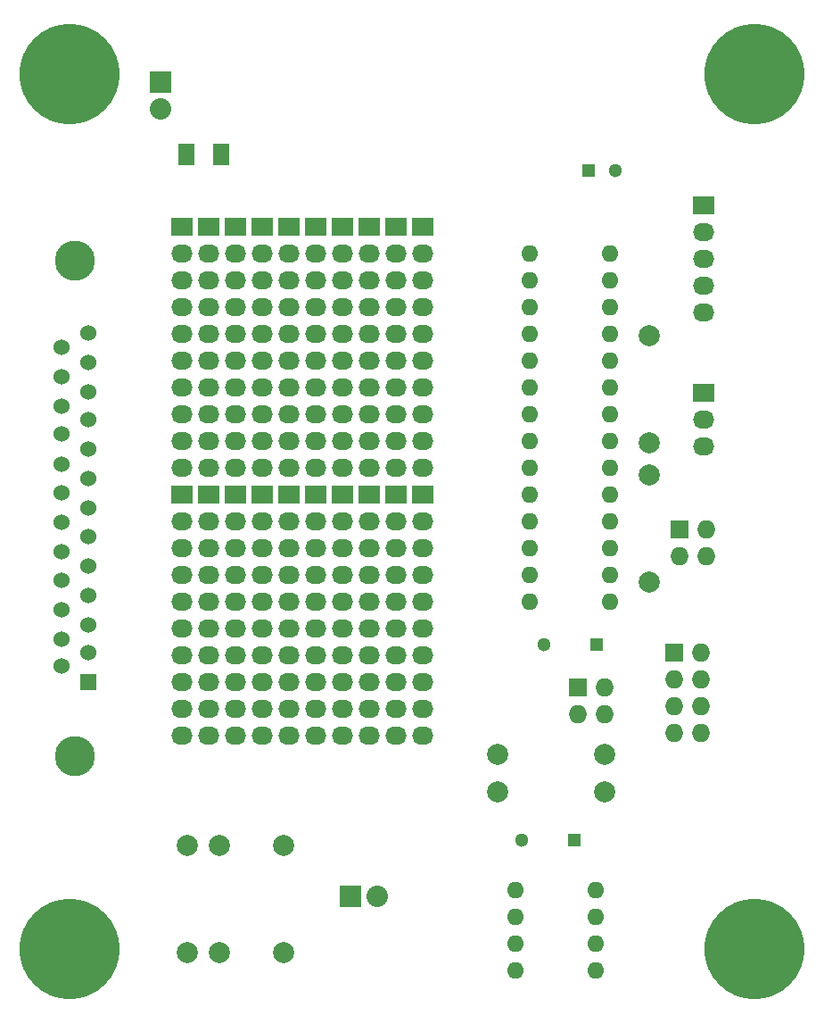
<source format=gts>
G04 #@! TF.FileFunction,Soldermask,Top*
%FSLAX46Y46*%
G04 Gerber Fmt 4.6, Leading zero omitted, Abs format (unit mm)*
G04 Created by KiCad (PCBNEW (after 2015-mar-04 BZR unknown)-product) date 10/26/2016 1:01:30 PM*
%MOMM*%
G01*
G04 APERTURE LIST*
%ADD10C,0.150000*%
%ADD11C,9.525000*%
%ADD12R,1.524000X2.032000*%
%ADD13R,2.032000X2.032000*%
%ADD14O,2.032000X2.032000*%
%ADD15R,1.300000X1.300000*%
%ADD16C,1.300000*%
%ADD17O,1.600000X1.600000*%
%ADD18R,1.727200X1.727200*%
%ADD19O,1.727200X1.727200*%
%ADD20R,2.032000X1.727200*%
%ADD21O,2.032000X1.727200*%
%ADD22C,1.998980*%
%ADD23C,3.810000*%
%ADD24R,1.524000X1.524000*%
%ADD25C,1.524000*%
G04 APERTURE END LIST*
D10*
D11*
X16000000Y-16000000D03*
X81000000Y-16000000D03*
X16000000Y-99000000D03*
X81000000Y-99000000D03*
D12*
X30353000Y-23622000D03*
X27051000Y-23622000D03*
D13*
X42672000Y-93980000D03*
D14*
X45212000Y-93980000D03*
D15*
X66040000Y-70104000D03*
D16*
X61040000Y-70104000D03*
D15*
X63881000Y-88646000D03*
D16*
X58881000Y-88646000D03*
D17*
X59690000Y-33020000D03*
X59690000Y-35560000D03*
X59690000Y-38100000D03*
X59690000Y-40640000D03*
X59690000Y-43180000D03*
X59690000Y-45720000D03*
X59690000Y-48260000D03*
X59690000Y-50800000D03*
X59690000Y-53340000D03*
X59690000Y-55880000D03*
X59690000Y-58420000D03*
X59690000Y-60960000D03*
X59690000Y-63500000D03*
X59690000Y-66040000D03*
X67310000Y-66040000D03*
X67310000Y-63500000D03*
X67310000Y-60960000D03*
X67310000Y-58420000D03*
X67310000Y-55880000D03*
X67310000Y-53340000D03*
X67310000Y-50800000D03*
X67310000Y-48260000D03*
X67310000Y-45720000D03*
X67310000Y-43180000D03*
X67310000Y-40640000D03*
X67310000Y-38100000D03*
X67310000Y-35560000D03*
X67310000Y-33020000D03*
X58293000Y-93345000D03*
X58293000Y-95885000D03*
X58293000Y-98425000D03*
X58293000Y-100965000D03*
X65913000Y-100965000D03*
X65913000Y-98425000D03*
X65913000Y-95885000D03*
X65913000Y-93345000D03*
D18*
X73406000Y-70866000D03*
D19*
X75946000Y-70866000D03*
X73406000Y-73406000D03*
X75946000Y-73406000D03*
X73406000Y-75946000D03*
X75946000Y-75946000D03*
X73406000Y-78486000D03*
X75946000Y-78486000D03*
D20*
X76200000Y-28448000D03*
D21*
X76200000Y-30988000D03*
X76200000Y-33528000D03*
X76200000Y-36068000D03*
X76200000Y-38608000D03*
D22*
X66802000Y-80518000D03*
X56642000Y-80518000D03*
X66802000Y-84074000D03*
X56642000Y-84074000D03*
X71000000Y-51000000D03*
X71000000Y-40840000D03*
X71000000Y-54000000D03*
X71000000Y-64160000D03*
X36322000Y-99314000D03*
X36322000Y-89154000D03*
X27178000Y-99314000D03*
X27178000Y-89154000D03*
X30226000Y-99314000D03*
X30226000Y-89154000D03*
D18*
X73914000Y-59182000D03*
D19*
X76454000Y-59182000D03*
X73914000Y-61722000D03*
X76454000Y-61722000D03*
D18*
X64262000Y-74168000D03*
D19*
X66802000Y-74168000D03*
X64262000Y-76708000D03*
X66802000Y-76708000D03*
D15*
X65278000Y-25146000D03*
D16*
X67778000Y-25146000D03*
D23*
X16510000Y-33655000D03*
X16510000Y-80645000D03*
D24*
X17780000Y-73660000D03*
D25*
X17780000Y-70866000D03*
X17780000Y-68199000D03*
X17780000Y-65405000D03*
X17780000Y-62611000D03*
X17780000Y-59817000D03*
X17780000Y-57150000D03*
X17780000Y-54356000D03*
X17780000Y-51562000D03*
X17780000Y-48768000D03*
X17780000Y-46101000D03*
X17780000Y-43307000D03*
X17780000Y-40513000D03*
X15240000Y-72085200D03*
X15240000Y-69545200D03*
X15240000Y-66751200D03*
X15240000Y-64008000D03*
X15240000Y-61264800D03*
X15240000Y-58470800D03*
X15240000Y-55727600D03*
X15240000Y-52984400D03*
X15240000Y-50139600D03*
X15240000Y-47447200D03*
X15240000Y-44704000D03*
X15240000Y-41910000D03*
D20*
X41910000Y-30480000D03*
D21*
X41910000Y-33020000D03*
X41910000Y-35560000D03*
X41910000Y-38100000D03*
X41910000Y-40640000D03*
X41910000Y-43180000D03*
X41910000Y-45720000D03*
X41910000Y-48260000D03*
X41910000Y-50800000D03*
X41910000Y-53340000D03*
D20*
X44450000Y-55880000D03*
D21*
X44450000Y-58420000D03*
X44450000Y-60960000D03*
X44450000Y-63500000D03*
X44450000Y-66040000D03*
X44450000Y-68580000D03*
X44450000Y-71120000D03*
X44450000Y-73660000D03*
X44450000Y-76200000D03*
X44450000Y-78740000D03*
D20*
X46990000Y-30480000D03*
D21*
X46990000Y-33020000D03*
X46990000Y-35560000D03*
X46990000Y-38100000D03*
X46990000Y-40640000D03*
X46990000Y-43180000D03*
X46990000Y-45720000D03*
X46990000Y-48260000D03*
X46990000Y-50800000D03*
X46990000Y-53340000D03*
D20*
X46990000Y-55880000D03*
D21*
X46990000Y-58420000D03*
X46990000Y-60960000D03*
X46990000Y-63500000D03*
X46990000Y-66040000D03*
X46990000Y-68580000D03*
X46990000Y-71120000D03*
X46990000Y-73660000D03*
X46990000Y-76200000D03*
X46990000Y-78740000D03*
D20*
X44450000Y-30480000D03*
D21*
X44450000Y-33020000D03*
X44450000Y-35560000D03*
X44450000Y-38100000D03*
X44450000Y-40640000D03*
X44450000Y-43180000D03*
X44450000Y-45720000D03*
X44450000Y-48260000D03*
X44450000Y-50800000D03*
X44450000Y-53340000D03*
D20*
X41910000Y-55880000D03*
D21*
X41910000Y-58420000D03*
X41910000Y-60960000D03*
X41910000Y-63500000D03*
X41910000Y-66040000D03*
X41910000Y-68580000D03*
X41910000Y-71120000D03*
X41910000Y-73660000D03*
X41910000Y-76200000D03*
X41910000Y-78740000D03*
D20*
X31750000Y-55880000D03*
D21*
X31750000Y-58420000D03*
X31750000Y-60960000D03*
X31750000Y-63500000D03*
X31750000Y-66040000D03*
X31750000Y-68580000D03*
X31750000Y-71120000D03*
X31750000Y-73660000D03*
X31750000Y-76200000D03*
X31750000Y-78740000D03*
D20*
X34290000Y-30480000D03*
D21*
X34290000Y-33020000D03*
X34290000Y-35560000D03*
X34290000Y-38100000D03*
X34290000Y-40640000D03*
X34290000Y-43180000D03*
X34290000Y-45720000D03*
X34290000Y-48260000D03*
X34290000Y-50800000D03*
X34290000Y-53340000D03*
D20*
X29210000Y-55880000D03*
D21*
X29210000Y-58420000D03*
X29210000Y-60960000D03*
X29210000Y-63500000D03*
X29210000Y-66040000D03*
X29210000Y-68580000D03*
X29210000Y-71120000D03*
X29210000Y-73660000D03*
X29210000Y-76200000D03*
X29210000Y-78740000D03*
D20*
X29210000Y-30480000D03*
D21*
X29210000Y-33020000D03*
X29210000Y-35560000D03*
X29210000Y-38100000D03*
X29210000Y-40640000D03*
X29210000Y-43180000D03*
X29210000Y-45720000D03*
X29210000Y-48260000D03*
X29210000Y-50800000D03*
X29210000Y-53340000D03*
D20*
X31750000Y-30480000D03*
D21*
X31750000Y-33020000D03*
X31750000Y-35560000D03*
X31750000Y-38100000D03*
X31750000Y-40640000D03*
X31750000Y-43180000D03*
X31750000Y-45720000D03*
X31750000Y-48260000D03*
X31750000Y-50800000D03*
X31750000Y-53340000D03*
D20*
X34290000Y-55880000D03*
D21*
X34290000Y-58420000D03*
X34290000Y-60960000D03*
X34290000Y-63500000D03*
X34290000Y-66040000D03*
X34290000Y-68580000D03*
X34290000Y-71120000D03*
X34290000Y-73660000D03*
X34290000Y-76200000D03*
X34290000Y-78740000D03*
D20*
X39370000Y-55880000D03*
D21*
X39370000Y-58420000D03*
X39370000Y-60960000D03*
X39370000Y-63500000D03*
X39370000Y-66040000D03*
X39370000Y-68580000D03*
X39370000Y-71120000D03*
X39370000Y-73660000D03*
X39370000Y-76200000D03*
X39370000Y-78740000D03*
D20*
X39370000Y-30480000D03*
D21*
X39370000Y-33020000D03*
X39370000Y-35560000D03*
X39370000Y-38100000D03*
X39370000Y-40640000D03*
X39370000Y-43180000D03*
X39370000Y-45720000D03*
X39370000Y-48260000D03*
X39370000Y-50800000D03*
X39370000Y-53340000D03*
D20*
X36830000Y-30480000D03*
D21*
X36830000Y-33020000D03*
X36830000Y-35560000D03*
X36830000Y-38100000D03*
X36830000Y-40640000D03*
X36830000Y-43180000D03*
X36830000Y-45720000D03*
X36830000Y-48260000D03*
X36830000Y-50800000D03*
X36830000Y-53340000D03*
D20*
X36830000Y-55880000D03*
D21*
X36830000Y-58420000D03*
X36830000Y-60960000D03*
X36830000Y-63500000D03*
X36830000Y-66040000D03*
X36830000Y-68580000D03*
X36830000Y-71120000D03*
X36830000Y-73660000D03*
X36830000Y-76200000D03*
X36830000Y-78740000D03*
D20*
X26670000Y-30480000D03*
D21*
X26670000Y-33020000D03*
X26670000Y-35560000D03*
X26670000Y-38100000D03*
X26670000Y-40640000D03*
X26670000Y-43180000D03*
X26670000Y-45720000D03*
X26670000Y-48260000D03*
X26670000Y-50800000D03*
X26670000Y-53340000D03*
D20*
X26670000Y-55880000D03*
D21*
X26670000Y-58420000D03*
X26670000Y-60960000D03*
X26670000Y-63500000D03*
X26670000Y-66040000D03*
X26670000Y-68580000D03*
X26670000Y-71120000D03*
X26670000Y-73660000D03*
X26670000Y-76200000D03*
X26670000Y-78740000D03*
D20*
X49530000Y-55880000D03*
D21*
X49530000Y-58420000D03*
X49530000Y-60960000D03*
X49530000Y-63500000D03*
X49530000Y-66040000D03*
X49530000Y-68580000D03*
X49530000Y-71120000D03*
X49530000Y-73660000D03*
X49530000Y-76200000D03*
X49530000Y-78740000D03*
D20*
X49530000Y-30480000D03*
D21*
X49530000Y-33020000D03*
X49530000Y-35560000D03*
X49530000Y-38100000D03*
X49530000Y-40640000D03*
X49530000Y-43180000D03*
X49530000Y-45720000D03*
X49530000Y-48260000D03*
X49530000Y-50800000D03*
X49530000Y-53340000D03*
D20*
X76200000Y-46228000D03*
D21*
X76200000Y-48768000D03*
X76200000Y-51308000D03*
D13*
X24638000Y-16764000D03*
D14*
X24638000Y-19304000D03*
M02*

</source>
